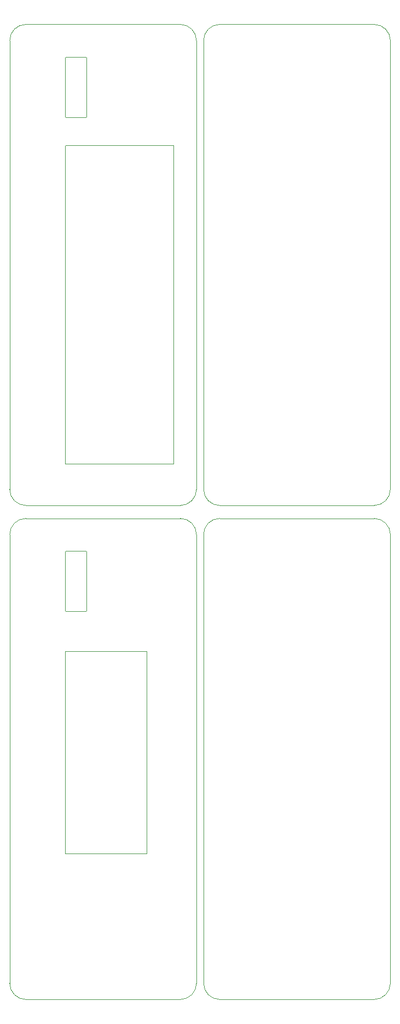
<source format=gbr>
G04 #@! TF.GenerationSoftware,KiCad,Pcbnew,(6.0.5)*
G04 #@! TF.CreationDate,2022-11-22T13:16:36+13:00*
G04 #@! TF.ProjectId,RGB-to-component-covers,5247422d-746f-42d6-936f-6d706f6e656e,rev?*
G04 #@! TF.SameCoordinates,Original*
G04 #@! TF.FileFunction,Profile,NP*
%FSLAX46Y46*%
G04 Gerber Fmt 4.6, Leading zero omitted, Abs format (unit mm)*
G04 Created by KiCad (PCBNEW (6.0.5)) date 2022-11-22 13:16:36*
%MOMM*%
%LPD*%
G01*
G04 APERTURE LIST*
G04 #@! TA.AperFunction,Profile*
%ADD10C,0.050000*%
G04 #@! TD*
G04 #@! TA.AperFunction,Profile*
%ADD11C,0.100000*%
G04 #@! TD*
G04 APERTURE END LIST*
D10*
X134900000Y-75000000D02*
X134900000Y-40350000D01*
X132400000Y-112150000D02*
G75*
G03*
X134900000Y-109650000I0J2500000D01*
G01*
X134900000Y-40350000D02*
G75*
G03*
X132400000Y-37850000I-2500000J0D01*
G01*
X108500000Y-37850000D02*
X132400000Y-37850000D01*
X106000000Y-75000000D02*
X106000000Y-40350000D01*
X108500000Y-112150000D02*
X132400000Y-112150000D01*
X108500000Y-37850000D02*
G75*
G03*
X106000000Y-40350000I0J-2500000D01*
G01*
X108500000Y-188450000D02*
X132400000Y-188450000D01*
X106000000Y-109650000D02*
G75*
G03*
X108500000Y-112150000I2500000J0D01*
G01*
X106000000Y-75000000D02*
X106000000Y-109650000D01*
X134900000Y-75000000D02*
X134900000Y-109650000D01*
X132400000Y-188450000D02*
G75*
G03*
X134900000Y-185950000I0J2500000D01*
G01*
X134900000Y-151300000D02*
X134900000Y-116650000D01*
X108500000Y-114150000D02*
G75*
G03*
X106000000Y-116650000I0J-2500000D01*
G01*
X134900000Y-151300000D02*
X134900000Y-185950000D01*
X134900000Y-116650000D02*
G75*
G03*
X132400000Y-114150000I-2500000J0D01*
G01*
X106000000Y-151300000D02*
X106000000Y-116650000D01*
X106000000Y-151300000D02*
X106000000Y-185950000D01*
X106000000Y-185950000D02*
G75*
G03*
X108500000Y-188450000I2500000J0D01*
G01*
X108500000Y-114150000D02*
X132400000Y-114150000D01*
X102400000Y-112150000D02*
G75*
G03*
X104900000Y-109650000I0J2500000D01*
G01*
X76000000Y-109650000D02*
G75*
G03*
X78500000Y-112150000I2500000J0D01*
G01*
X78500000Y-112150000D02*
X102400000Y-112150000D01*
X78500000Y-37850000D02*
X102400000Y-37850000D01*
X104900000Y-75000000D02*
X104900000Y-109650000D01*
X78500000Y-37850000D02*
G75*
G03*
X76000000Y-40350000I0J-2500000D01*
G01*
X104900000Y-75000000D02*
X104900000Y-40350000D01*
X76000000Y-75000000D02*
X76000000Y-109650000D01*
X76000000Y-75000000D02*
X76000000Y-40350000D01*
X104900000Y-40350000D02*
G75*
G03*
X102400000Y-37850000I-2500000J0D01*
G01*
D11*
X84600000Y-56600000D02*
X84700000Y-56500000D01*
X84600000Y-105700000D02*
X84600000Y-56600000D01*
X87800000Y-52200000D02*
X84700000Y-52200000D01*
X84700000Y-52200000D02*
X84600000Y-52100000D01*
X101250000Y-105750000D02*
X84650000Y-105750000D01*
X101250000Y-56500000D02*
X101300000Y-56550000D01*
X84700000Y-56500000D02*
X101250000Y-56500000D01*
X87900000Y-52100000D02*
X87800000Y-52200000D01*
X101300000Y-105700000D02*
X101250000Y-105750000D01*
X84600000Y-43000000D02*
X84700000Y-42900000D01*
X87800000Y-42900000D02*
X87900000Y-43000000D01*
X84650000Y-105750000D02*
X84600000Y-105700000D01*
X84700000Y-42900000D02*
X87800000Y-42900000D01*
X87900000Y-43000000D02*
X87900000Y-52100000D01*
X101300000Y-56550000D02*
X101300000Y-105700000D01*
X84600000Y-52100000D02*
X84600000Y-43000000D01*
X87900000Y-128400000D02*
X87800000Y-128500000D01*
X84600000Y-128400000D02*
X84600000Y-119300000D01*
X84700000Y-128500000D02*
X84600000Y-128400000D01*
X84700000Y-119200000D02*
X87800000Y-119200000D01*
X84600000Y-119300000D02*
X84700000Y-119200000D01*
X87900000Y-119300000D02*
X87900000Y-128400000D01*
X87800000Y-128500000D02*
X84700000Y-128500000D01*
X87800000Y-119200000D02*
X87900000Y-119300000D01*
D10*
X97200000Y-134700000D02*
X97200000Y-165900000D01*
X78500000Y-114150000D02*
G75*
G03*
X76000000Y-116650000I0J-2500000D01*
G01*
X78500000Y-114150000D02*
X102400000Y-114150000D01*
X76000000Y-185950000D02*
G75*
G03*
X78500000Y-188450000I2500000J0D01*
G01*
X84600000Y-165900000D02*
X84600000Y-134700000D01*
X104900000Y-116650000D02*
G75*
G03*
X102400000Y-114150000I-2500000J0D01*
G01*
X78500000Y-188450000D02*
X102400000Y-188450000D01*
X84600000Y-134700000D02*
X97200000Y-134700000D01*
X76000000Y-151300000D02*
X76000000Y-185950000D01*
X76000000Y-151300000D02*
X76000000Y-116650000D01*
X104900000Y-151300000D02*
X104900000Y-116650000D01*
X104900000Y-151300000D02*
X104900000Y-185950000D01*
X97200000Y-165900000D02*
X84600000Y-165900000D01*
X102400000Y-188450000D02*
G75*
G03*
X104900000Y-185950000I0J2500000D01*
G01*
M02*

</source>
